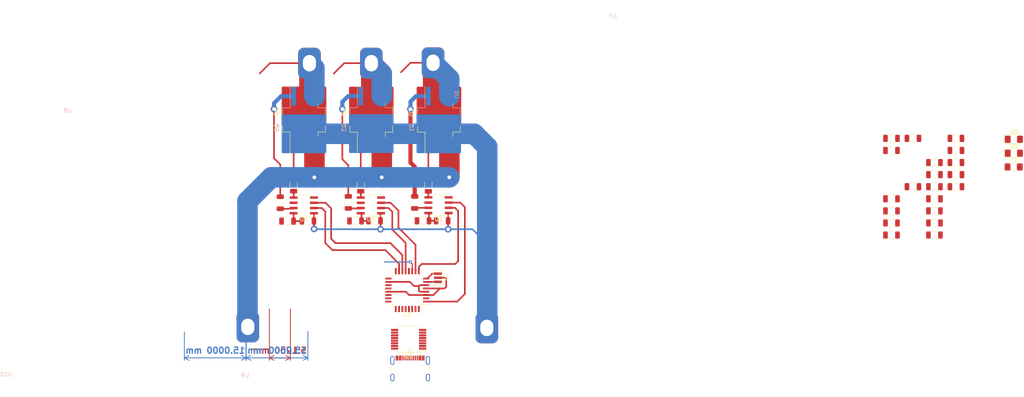
<source format=kicad_pcb>
(kicad_pcb (version 20221018) (generator pcbnew)
  (layers (0 "F.Cu" signal) (31 "B.Cu" signal) (34 "B.Paste" user) (35 "F.Paste" user) (36 "B.SilkS" user "B.Silkscreen") (37 "F.SilkS" user "F.Silkscreen") (38 "B.Mask" user) (39 "F.Mask" user) (44 "Edge.Cuts" user))
  (net 0 "")
  (net 1 "+5V")
  (net 2 "GND")
  (net 3 "Net-(D1-K)")
  (net 4 "MOTOR_U")
  (net 5 "Net-(D2-K)")
  (net 6 "MOTOR_V")
  (net 7 "Net-(D3-K)")
  (net 8 "MOTOR_W")
  (net 9 "D+")
  (net 10 "RST")
  (net 11 "Net-(U5-~{RTS})")
  (net 12 "VIRTUAL_N")
  (net 13 "V_BAT")
  (net 14 "Net-(D4-A)")
  (net 15 "Net-(D5-K)")
  (net 16 "Net-(D5-A)")
  (net 17 "Net-(D6-K)")
  (net 18 "Net-(D6-A)")
  (net 19 "Net-(F1-Pad2)")
  (net 24 "Net-(Q1-G)")
  (net 25 "Net-(Q2-G)")
  (net 26 "Net-(Q3-G)")
  (net 27 "Net-(Q4-G)")
  (net 28 "Net-(Q5-G)")
  (net 29 "Net-(Q6-G)")
  (net 30 "Net-(U1-HO)")
  (net 31 "Net-(U1-LO)")
  (net 32 "Net-(U3-HO)")
  (net 33 "Net-(U3-LO)")
  (net 34 "Net-(U4-HO)")
  (net 35 "Net-(U4-LO)")
  (net 36 "PHV_U")
  (net 37 "PHV_V")
  (net 38 "PHV_W")
  (net 39 "PWM_A_H")
  (net 40 "PWM_A_L")
  (net 42 "PWM_B_L")
  (net 43 "Net-(U2-(XTAL1)PB6)")
  (net 44 "Net-(U2-(XTAL2)PB7)")
  (net 46 "PWM_B_H")
  (net 47 "PWM_C_H")
  (net 56 "RXu_0")
  (net 57 "TXu_0")
  (net 58 "PWM_C_L")
  (footprint "Dam_libkicad:1206" (layer "F.Cu") (at 196.6725 53.575)
    (fp_text reference "D4" hide)
    (fp_text value "LED")
  )
  (footprint "Dam_libkicad:1206" (layer "F.Cu") (at 49.475 61.925)
    (fp_text reference "D3" hide)
    (fp_text value "D")
  )
  (footprint "Dam_libkicad:1206" (layer "F.Cu") (at 191.445 65.335)
    (fp_text reference "C9" hide)
    (fp_text value "100nF")
  )
  (footprint "Dam_libkicad:1206" (layer "F.Cu") (at 201.9 59.455)
    (fp_text reference "R11" hide)
    (fp_text value "R")
  )
  (footprint "Dam_libkicad:1206" (layer "F.Cu") (at 59.3 57.4 90)
    (fp_text reference "R3" hide)
    (fp_text value "10")
  )
  (footprint "Dam_libkicad:1206" (layer "F.Cu") (at 75.45 57.4 90)
    (fp_text reference "R1" hide)
    (fp_text value "10")
  )
  (footprint "Package_SO:SOIC-8_3.9x4.9mm_P1.27mm" (layer "F.Cu") (at 81.25 58.075 180)
    (fp_text reference "U1")
    (fp_text value "IRS2001")
  )
  (footprint "Dam_libkicad:1206" (layer "F.Cu") (at 46 53.2 -90)
    (fp_text reference "R6" hide)
    (fp_text value "10")
  )
  (footprint "Package_TO_SOT_SMD:TO-263-2" (layer "F.Cu") (at 48.525 35.45 90)
    (fp_text reference "Q6")
    (fp_text value "Q_NMOS_GDS")
  )
  (footprint "Dam_libkicad:1206" (layer "F.Cu") (at 191.445 59.455)
    (fp_text reference "C7" hide)
    (fp_text value "100nF")
  )
  (footprint "Dam_libkicad:osc_CSTCE" (layer "F.Cu") (at 81.125 75.725 -90)
    (fp_text reference "Y1")
    (fp_text value "CSTCE")
  )
  (footprint "Dam_libkicad:1206" (layer "F.Cu") (at 207.1275 44.755)
    (fp_text reference "R15" hide)
    (fp_text value "1K")
  )
  (footprint "Dam_libkicad:1206" (layer "F.Cu") (at 82.125 61.875)
    (fp_text reference "D1" hide)
    (fp_text value "D")
  )
  (footprint "Package_SO:SOIC-8_3.9x4.9mm_P1.27mm" (layer "F.Cu") (at 64.8 58.125 180)
    (fp_text reference "U3")
    (fp_text value "IRS2001")
  )
  (footprint "Dam_libkicad:1206" (layer "F.Cu") (at 196.6725 41.815)
    (fp_text reference "C10" hide)
    (fp_text value "1nF")
  )
  (footprint "Dam_libkicad:1206" (layer "F.Cu") (at 207.1275 53.575)
    (fp_text reference "R18" hide)
    (fp_text value "R")
  )
  (footprint "Connector_USB:USB_C_Receptacle_GCT_USB4105-xx-A_16P_TopMnt_Horizontal" (layer "F.Cu") (at 74.35 98.94)
    (fp_text reference "J1")
    (fp_text value "USB_C_Receptacle_USB2.0")
  )
  (footprint "Dam_libkicad:1206" (layer "F.Cu") (at 44.525 61.95 180)
    (fp_text reference "C5" hide)
    (fp_text value "C")
  )
  (footprint "Package_SO:SOIC-8_3.9x4.9mm_P1.27mm" (layer "F.Cu") (at 48.475 58.125 180)
    (fp_text reference "U4")
    (fp_text value "IRS2001")
  )
  (footprint "Dam_libkicad:1206" (layer "F.Cu") (at 207.1275 47.695)
    (fp_text reference "R16" hide)
    (fp_text value "R")
  )
  (footprint "Dam_libkicad:1206" (layer "F.Cu") (at 65.675 61.875)
    (fp_text reference "D2" hide)
    (fp_text value "D")
  )
  (footprint "LED_SMD:LED_1206_3216Metric_Pad1.42x1.75mm_HandSolder" (layer "F.Cu") (at 221.225 45.43)
    (fp_text reference "D6")
    (fp_text value "TX")
  )
  (footprint "Dam_libkicad:1206" (layer "F.Cu") (at 78.775 53.25 -90)
    (fp_text reference "R2" hide)
    (fp_text value "10")
  )
  (footprint "Package_TO_SOT_SMD:TO-263-2" (layer "F.Cu") (at 81.35 35.475 90)
    (fp_text reference "Q2")
    (fp_text value "Q_NMOS_GDS")
  )
  (footprint "Dam_libkicad:1206" (layer "F.Cu") (at 191.445 44.755)
    (fp_text reference "C2" hide)
    (fp_text value "1uF")
  )
  (footprint "Fuse:Fuse_1206_3216Metric_Pad1.42x1.75mm_HandSolder" (layer "F.Cu") (at 221.18 48.77)
    (fp_text reference "F1")
    (fp_text value "Fuse")
  )
  (footprint "Dam_libkicad:1206" (layer "F.Cu") (at 201.9 56.515)
    (fp_text reference "R10" hide)
    (fp_text value "R")
  )
  (footprint "Dam_libkicad:1206" (layer "F.Cu") (at 191.445 62.395)
    (fp_text reference "C8" hide)
    (fp_text value "4.7uF_16V")
  )
  (footprint "Dam_libkicad:1206" (layer "F.Cu") (at 207.1275 50.635)
    (fp_text reference "R17" hide)
    (fp_text value "R")
  )
  (footprint "LED_SMD:LED_1206_3216Metric_Pad1.42x1.75mm_HandSolder" (layer "F.Cu") (at 221.225 42.04)
    (fp_text reference "D5")
    (fp_text value "RX")
  )
  (footprint "Dam_libkicad:1206" (layer "F.Cu") (at 191.445 56.515)
    (fp_text reference "C6" hide)
    (fp_text value "1uF")
  )
  (footprint "Dam_libkicad:1206" (layer "F.Cu") (at 42.75 57.475 90)
    (fp_text reference "R5" hide)
    (fp_text value "10")
  )
  (footprint "Dam_libkicad:1206" (layer "F.Cu") (at 201.9 62.395)
    (fp_text reference "R12" hide)
    (fp_text value "1K")
  )
  (footprint "Dam_libkicad:1206" (layer "F.Cu") (at 191.445 41.815)
    (fp_text reference "C1" hide)
    (fp_text value "1uF")
  )
  (footprint "Dam_libkicad:1206" (layer "F.Cu") (at 201.9 53.575)
    (fp_text reference "R9" hide)
    (fp_text value "R")
  )
  (footprint "Dam_libkicad:1206" (layer "F.Cu") (at 207.1275 41.815)
    (fp_text reference "R14" hide)
    (fp_text value "R")
  )
  (footprint "Package_SO:SSOP-16_5.3x6.2mm_P0.65mm" (layer "F.Cu") (at 73.975 90.69 180)
    (fp_text reference "U5")
    (fp_text value "FT230XS")
  )
  (footprint "Dam_libkicad:1206" (layer "F.Cu") (at 61.05 61.9 180)
    (fp_text reference "C4" hide)
    (fp_text value "C")
  )
  (footprint "Dam_libkicad:1206" (layer "F.Cu") (at 77.475 61.875 180)
    (fp_text reference "C3" hide)
    (fp_text value "C")
  )
  (footprint "Dam_libkicad:1206" (layer "F.Cu") (at 201.9 50.635)
    (fp_text reference "R8" hide)
    (fp_text value "R")
  )
  (footprint "Dam_libkicad:1206" (layer "F.Cu") (at 62.325 53.225 -90)
    (fp_text reference "R4" hide)
    (fp_text value "10")
  )
  (footprint "Package_TO_SOT_SMD:TO-263-2" (layer "F.Cu") (at 64.9 35.475 90)
    (fp_text reference "Q4")
    (fp_text value "Q_NMOS_GDS")
  )
  (footprint "Dam_libkicad:1206" (layer "F.Cu") (at 201.9 47.695)
    (fp_text reference "R7" hide)
    (fp_text value "1K")
  )
  (footprint "Dam_libkicad:1206" (layer "F.Cu") (at 201.9 65.335)
    (fp_text reference "R13" hide)
    (fp_text value "R")
  )
  (footprint "Dam_libkicad:TQFP32m" (layer "F.Cu") (at 73.65 78.725 180)
    (fp_text reference "U2")
    (fp_text value "ATmega328P-AU_full")
  )
  (footprint "Dam_libkicad:PAD_Connector" (layer "B.Cu") (at 79.925 23.425 180)
    (fp_text reference "U6")
    (fp_text value "~")
  )
  (footprint "Package_TO_SOT_SMD:TO-263-2" (layer "B.Cu") (at 64.9 39.175 -90)
    (fp_text reference "Q3")
    (fp_text value "Q_NMOS_GDS")
  )
  (footprint "Dam_libkicad:PAD_Connector" (layer "B.Cu") (at 34.85 87.675 180)
    (fp_text reference "U10")
    (fp_text value "~")
  )
  (footprint "Dam_libkicad:PAD_Connector" (layer "B.Cu") (at 64.9 23.525)
    (fp_text reference "U7")
    (fp_text value "~")
  )
  (footprint "Package_TO_SOT_SMD:TO-263-2" (layer "B.Cu") (at 81.325 39.2 -90)
    (fp_text reference "Q1")
    (fp_text value "Q_NMOS_GDS")
  )
  (footprint "Package_TO_SOT_SMD:TO-263-2" (layer "B.Cu") (at 48.525 39.2 -90)
    (fp_text reference "Q5")
    (fp_text value "Q_NMOS_GDS")
  )
  (footprint "Dam_libkicad:PAD_Connector" (layer "B.Cu") (at 49.85 23.525 180)
    (fp_text reference "U8")
    (fp_text value "~")
  )
  (footprint "Dam_libkicad:PAD_Connector" (layer "B.Cu") (at 93 87.925 180)
    (fp_text reference "U9")
    (fp_text value "~")
  )
  (dimension (type aligned) (layer "F.Cu") (pts (xy 40.08631 82.81) (xy 45.21131 82.81)) (height 12.4) (gr_text "5,1250 mm" (at 42.64881 93.41) (layer "F.Cu") (effects (font (size 1.5 1.5) (thickness 0.3)) (justify mirror))) (format (prefix "") (suffix "") (units 3) (units_format 1) (precision 4)) (style (thickness 0.2) (arrow_length 1.27) (text_position_mode 0) (extension_height 0.58642) (extension_offset 0.5) keep_text_aligned))
  (dimension (type aligned) (layer "B.Cu") (pts (xy 19.41131 88.41) (xy 34.41131 88.41)) (height 6.8) (gr_text "15,0000 mm" (at 26.91131 93.41) (layer "B.Cu") (effects (font (size 1.5 1.5) (thickness 0.3)) (justify mirror))) (format (prefix "") (suffix "") (units 3) (units_format 1) (precision 4)) (style (thickness 0.2) (arrow_length 1.27) (text_position_mode 0) (extension_height 0.58642) (extension_offset 0.5) keep_text_aligned))
  (dimension (type aligned) (layer "B.Cu") (pts (xy 34.46131 88.285) (xy 49.46131 88.285)) (height 6.925) (gr_text "15,0000 mm" (at 41.96131 93.41) (layer "B.Cu") (effects (font (size 1.5 1.5) (thickness 0.3)) (justify mirror))) (format (prefix "") (suffix "") (units 3) (units_format 1) (precision 4)) (style (thickness 0.2) (arrow_length 1.27) (text_position_mode 0) (extension_height 0.58642) (extension_offset 0.5) keep_text_aligned))
  (segment (start 76.675 77.525) (end 78.25 77.525) (width 0.4) (layer "F.Cu") (net 1))
  (segment (start 78.25 79.125) (end 76.725 79.125) (width 0.4) (layer "F.Cu") (net 1))
  (segment (start 76.45 77.75) (end 76.675 77.525) (width 0.4) (layer "F.Cu") (net 1))
  (segment (start 75.325 77.75) (end 76.45 77.75) (width 0.4) (layer "F.Cu") (net 1))
  (segment (start 74.3 76.725) (end 75.325 77.75) (width 0.4) (layer "F.Cu") (net 1))
  (segment (start 69.05 76.725) (end 74.3 76.725) (width 0.4) (layer "F.Cu") (net 1))
  (segment (start 76.725 79.125) (end 76.45 78.85) (width 0.4) (layer "F.Cu") (net 1))
  (segment (start 76.45 78.85) (end 76.45 77.75) (width 0.4) (layer "F.Cu") (net 1))
  (segment (start 81.575 78.325) (end 78.25 78.325) (width 0.4) (layer "F.Cu") (net 2))
  (segment (start 51.065 43.1) (end 51.065 51.285) (width 5) (layer "F.Cu") (net 2))
  (segment (start 81.575 78.35) (end 80 79.925) (width 0.4) (layer "F.Cu") (net 2))
  (segment (start 83.125 77.925) (end 82.725 78.325) (width 0.4) (layer "F.Cu") (net 2))
  (segment (start 81.125 75.725) (end 82.825 75.725) (width 0.4) (layer "F.Cu") (net 2))
  (segment (start 73.3 79.125) (end 74.1 79.925) (width 0.4) (layer "F.Cu") (net 2))
  (segment (start 67.44 43.125) (end 67.44 51.285) (width 5) (layer "F.Cu") (net 2))
  (segment (start 51.065 51.285) (end 51.05 51.3) (width 5) (layer "F.Cu") (net 2))
  (segment (start 83.89 43.125) (end 83.89 51.26) (width 5) (layer "F.Cu") (net 2))
  (segment (start 81.575 78.325) (end 81.575 78.35) (width 0.4) (layer "F.Cu") (net 2))
  (segment (start 74.1 79.925) (end 78.25 79.925) (width 0.4) (layer "F.Cu") (net 2))
  (segment (start 82.825 75.725) (end 83.125 76.025) (width 0.4) (layer "F.Cu") (net 2))
  (segment (start 69.05 79.125) (end 73.3 79.125) (width 0.4) (layer "F.Cu") (net 2))
  (segment (start 83.89 51.26) (end 83.85 51.3) (width 5) (layer "F.Cu") (net 2))
  (segment (start 82.725 78.325) (end 81.575 78.325) (width 0.4) (layer "F.Cu") (net 2))
  (segment (start 67.44 51.285) (end 67.425 51.3) (width 5) (layer "F.Cu") (net 2))
  (segment (start 80 79.925) (end 78.25 79.925) (width 0.4) (layer "F.Cu") (net 2))
  (segment (start 83.125 76.025) (end 83.125 77.925) (width 0.4) (layer "F.Cu") (net 2))
  (via (at 83.85 51.3) (size 1.6) (drill 0.9) (layers "F.Cu" "B.Cu") (net 2))
  (via (at 51.05 51.3) (size 1.6) (drill 0.9) (layers "F.Cu" "B.Cu") (net 2))
  (via (at 67.425 51.3) (size 1.6) (drill 0.9) (layers "F.Cu" "B.Cu") (net 2))
  (segment (start 51.05 51.3) (end 40.575 51.3) (width 5) (layer "B.Cu") (net 2))
  (segment (start 67.425 51.3) (end 51.05 51.3) (width 5) (layer "B.Cu") (net 2))
  (segment (start 83.85 51.3) (end 67.425 51.3) (width 5) (layer "B.Cu") (net 2))
  (segment (start 34.775 57.1) (end 34.775 85.475) (width 5) (layer "B.Cu") (net 2))
  (segment (start 34.775 85.475) (end 34.55 85.7) (width 5) (layer "B.Cu") (net 2))
  (segment (start 40.575 51.3) (end 34.775 57.1) (width 5) (layer "B.Cu") (net 2))
  (segment (start 78.9375 60.1425) (end 78.775 59.98) (width 0.4) (layer "F.Cu") (net 3))
  (segment (start 78.9375 61.875) (end 80.6625 61.875) (width 0.4) (layer "F.Cu") (net 3))
  (segment (start 78.9375 61.875) (end 78.9375 60.1425) (width 0.4) (layer "F.Cu") (net 3))
  (segment (start 72.125 25.725) (end 74.425 23.425) (width 0.4) (layer "F.Cu") (net 4))
  (segment (start 79.95 32.575) (end 79.95 23.45) (width 5) (layer "F.Cu") (net 4))
  (segment (start 79.84 23.51) (end 79.925 23.425) (width 5) (layer "F.Cu") (net 4))
  (segment (start 74.425 23.425) (end 79.925 23.425) (width 0.4) (layer "F.Cu") (net 4))
  (segment (start 81.35 33.975) (end 79.95 32.575) (width 5) (layer "F.Cu") (net 4))
  (segment (start 79.95 23.45) (end 79.925 23.425) (width 5) (layer "F.Cu") (net 4))
  (segment (start 79.925 23.425) (end 79.855 23.495) (width 5) (layer "B.Cu") (net 4))
  (segment (start 83.865 31.55) (end 83.865 27.365) (width 5) (layer "B.Cu") (net 4))
  (segment (start 83.865 27.365) (end 79.925 23.425) (width 5) (layer "B.Cu") (net 4))
  (segment (start 62.5125 61.9) (end 64.1875 61.9) (width 0.4) (layer "F.Cu") (net 5))
  (segment (start 64.1875 61.9) (end 64.2125 61.875) (width 0.4) (layer "F.Cu") (net 5))
  (segment (start 62.5125 61.9) (end 62.5125 60.2175) (width 0.4) (layer "F.Cu") (net 5))
  (segment (start 62.5125 60.2175) (end 62.325 60.03) (width 0.4) (layer "F.Cu") (net 5))
  (segment (start 55.775 26.05) (end 58.3 23.525) (width 0.4) (layer "F.Cu") (net 6))
  (segment (start 58.3 23.525) (end 64.9 23.525) (width 0.4) (layer "F.Cu") (net 6))
  (segment (start 64.9 33.975) (end 64.9 23.525) (width 5) (layer "F.Cu") (net 6))
  (segment (start 67.44 31.525) (end 67.44 26.065) (width 5) (layer "B.Cu") (net 6))
  (segment (start 67.44 26.065) (end 64.9 23.525) (width 5) (layer "B.Cu") (net 6))
  (segment (start 45.9875 61.95) (end 47.9875 61.95) (width 0.4) (layer "F.Cu") (net 7))
  (segment (start 45.9875 60.0425) (end 46 60.03) (width 0.4) (layer "F.Cu") (net 7))
  (segment (start 45.9875 61.95) (end 45.9875 60.0425) (width 0.4) (layer "F.Cu") (net 7))
  (segment (start 47.9875 61.95) (end 48.0125 61.925) (width 0.4) (layer "F.Cu") (net 7))
  (segment (start 40.25 23.525) (end 49.85 23.525) (width 0.4) (layer "F.Cu") (net 8))
  (segment (start 49.85 32.625) (end 49.85 23.525) (width 5) (layer "F.Cu") (net 8))
  (segment (start 37.775 26) (end 40.25 23.525) (width 0.4) (layer "F.Cu") (net 8))
  (segment (start 48.525 33.95) (end 49.85 32.625) (width 5) (layer "F.Cu") (net 8))
  (segment (start 51.05 24.725) (end 49.85 23.525) (width 5) (layer "B.Cu") (net 8))
  (segment (start 51.05 31.535) (end 51.05 24.725) (width 5) (layer "B.Cu") (net 8))
  (segment (start 51.065 31.55) (end 51.05 31.535) (width 5) (layer "B.Cu") (net 8))
  (segment (start 74.85 72.325) (end 74.4 71.875) (width 0.25) (layer "F.Cu") (net 12))
  (segment (start 74.85 74.125) (end 74.85 72.325) (width 0.25) (layer "F.Cu") (net 12))
  (via (at 74.4 71.875) (size 0.8) (drill 0.4) (layers "F.Cu" "B.Cu") (net 12))
  (segment (start 74.4 71.875) (end 68.05 71.875) (width 0.25) (layer "B.Cu") (net 12))
  (segment (start 83.5875 60.1175) (end 83.725 59.98) (width 0.4) (layer "F.Cu") (net 13))
  (segment (start 83.5875 61.875) (end 83.5875 60.1175) (width 0.4) (layer "F.Cu") (net 13))
  (segment (start 50.975 61.9625) (end 50.9375 61.925) (width 0.4) (layer "F.Cu") (net 13))
  (segment (start 50.9375 61.925) (end 50.9375 60.0425) (width 0.4) (layer "F.Cu") (net 13))
  (segment (start 67.1375 63.9125) (end 67.1375 61.875) (width 0.4) (layer "F.Cu") (net 13))
  (segment (start 67.125 63.925) (end 67.1375 63.9125) (width 0.4) (layer "F.Cu") (net 13))
  (segment (start 50.975 63.85) (end 50.975 61.9625) (width 0.4) (layer "F.Cu") (net 13))
  (segment (start 67.1375 61.875) (end 67.1375 60.1675) (width 0.4) (layer "F.Cu") (net 13))
  (segment (start 50.9375 60.0425) (end 50.95 60.03) (width 0.4) (layer "F.Cu") (net 13))
  (segment (start 83.5875 63.925) (end 83.5875 61.875) (width 0.4) (layer "F.Cu") (net 13))
  (segment (start 67.1375 60.1675) (end 67.275 60.03) (width 0.4) (layer "F.Cu") (net 13))
  (via (at 83.5875 63.925) (size 1.6) (drill 0.9) (layers "F.Cu" "B.Cu") (net 13))
  (via (at 50.975 63.85) (size 1.6) (drill 0.9) (layers "F.Cu" "B.Cu") (net 13))
  (via (at 67.125 63.925) (size 1.6) (drill 0.9) (layers "F.Cu" "B.Cu") (net 13))
  (segment (start 89.525 63.925) (end 93.1 67.5) (width 0.4) (layer "B.Cu") (net 13))
  (segment (start 83.5875 63.925) (end 67.375 63.925) (width 0.4) (layer "B.Cu") (net 13))
  (segment (start 93.1 67.5) (end 93.1 70.2) (width 0.4) (layer "B.Cu") (net 13))
  (segment (start 81.325 40.7) (end 48.525 40.7) (width 5) (layer "B.Cu") (net 13))
  (segment (start 51.05 63.925) (end 67.375 63.925) (width 0.4) (layer "B.Cu") (net 13))
  (segment (start 50.975 63.85) (end 51.05 63.925) (width 0.4) (layer "B.Cu") (net 13))
  (segment (start 67.375 63.925) (end 67.125 63.925) (width 0.4) (layer "B.Cu") (net 13))
  (segment (start 83.5875 63.925) (end 89.525 63.925) (width 0.4) (layer "B.Cu") (net 13))
  (segment (start 93.1 85.725) (end 93.1 70.2) (width 5) (layer "B.Cu") (net 13))
  (segment (start 89.9 40.7) (end 81.325 40.7) (width 5) (layer "B.Cu") (net 13))
  (segment (start 93.1 43.9) (end 89.9 40.7) (width 5) (layer "B.Cu") (net 13))
  (segment (start 93.1 70.2) (end 93.1 43.9) (width 5) (layer "B.Cu") (net 13))
  (segment (start 75.45 48.725) (end 75.45 55.9375) (width 1) (layer "F.Cu") (net 24))
  (segment (start 74.425 47.7) (end 75.45 48.725) (width 1) (layer "F.Cu") (net 24))
  (segment (start 74.425 34.7) (end 74.425 47.7) (width 1) (layer "F.Cu") (net 24))
  (via (at 74.425 34.7) (size 1.6) (drill 0.9) (layers "F.Cu" "B.Cu") (net 24))
  (segment (start 74.425 34.7) (end 74.425 32.9) (width 1) (layer "B.Cu") (net 24))
  (segment (start 75.775 31.55) (end 78.785 31.55) (width 1) (layer "B.Cu") (net 24))
  (segment (start 74.425 32.9) (end 75.775 31.55) (width 1) (layer "B.Cu") (net 24))
  (segment (start 78.775 51.7875) (end 78.775 43.16) (width 0.4) (layer "F.Cu") (net 25))
  (segment (start 78.775 43.16) (end 78.81 43.125) (width 0.4) (layer "F.Cu") (net 25))
  (segment (start 57.85 46.9) (end 59.3 48.35) (width 0.4) (layer "F.Cu") (net 26))
  (segment (start 57.85 34.675) (end 57.85 46.9) (width 0.4) (layer "F.Cu") (net 26))
  (segment (start 59.3 48.35) (end 59.3 55.9375) (width 0.4) (layer "F.Cu") (net 26))
  (via (at 57.85 34.675) (size 1.6) (drill 0.9) (layers "F.Cu" "B.Cu") (net 26))
  (segment (start 59.275 31.525) (end 62.36 31.525) (width 1) (layer "B.Cu") (net 26))
  (segment (start 57.85 34.675) (end 57.85 32.95) (width 1) (layer "B.Cu") (net 26))
  (segment (start 57.85 32.95) (end 59.275 31.525) (width 1) (layer "B.Cu") (net 26))
  (segment (start 62.325 51.7625) (end 62.325 43.16) (width 0.4) (layer "F.Cu") (net 27))
  (segment (start 62.325 43.16) (end 62.36 43.125) (width 0.4) (layer "F.Cu") (net 27))
  (segment (start 42.75 48.175) (end 42.75 56.0125) (width 0.4) (layer "F.Cu") (net 28))
  (segment (start 41.225 46.65) (end 42.75 48.175) (width 0.4) (layer "F.Cu") (net 28))
  (segment (start 41.225 34.675) (end 41.225 46.65) (width 0.4) (layer "F.Cu") (net 28))
  (via (at 41.225 34.675) (size 1.6) (drill 0.9) (layers "F.Cu" "B.Cu") (net 28))
  (segment (start 42.95 31.55) (end 45.985 31.55) (width 1) (layer "B.Cu") (net 28))
  (segment (start 41.225 33.275) (end 42.95 31.55) (width 1) (layer "B.Cu") (net 28))
  (segment (start 41.225 34.675) (end 41.225 33.275) (width 1) (layer "B.Cu") (net 28))
  (segment (start 46 43.115) (end 45.985 43.1) (width 0.4) (layer "F.Cu") (net 29))
  (segment (start 45.985 45.065) (end 45.985 43.1) (width 0.4) (layer "F.Cu") (net 29))
  (segment (start 46 51.7375) (end 46 43.115) (width 0.4) (layer "F.Cu") (net 29))
  (segment (start 75.6025 58.71) (end 75.45 58.8625) (width 0.4) (layer "F.Cu") (net 30))
  (segment (start 78.775 58.71) (end 75.6025 58.71) (width 0.4) (layer "F.Cu") (net 30))
  (segment (start 78.775 54.7125) (end 78.775 56.17) (width 0.4) (layer "F.Cu") (net 31))
  (segment (start 59.3 58.8625) (end 62.2225 58.8625) (width 0.4) (layer "F.Cu") (net 32))
  (segment (start 62.2225 58.8625) (end 62.325 58.76) (width 0.4) (layer "F.Cu") (net 32))
  (segment (start 62.325 54.6875) (end 62.325 56.22) (width 0.4) (layer "F.Cu") (net 33))
  (segment (start 45.8225 58.9375) (end 46 58.76) (width 0.4) (layer "F.Cu") (net 34))
  (segment (start 42.75 58.9375) (end 45.8225 58.9375) (width 0.4) (layer "F.Cu") (net 34))
  (segment (start 46 54.6625) (end 46 56.22) (width 0.4) (layer "F.Cu") (net 35))
  (segment (start 85.325 72.375) (end 77.175 72.375) (width 0.4) (layer "F.Cu") (net 39))
  (segment (start 77.175 72.375) (end 76.45 73.1) (width 0.4) (layer "F.Cu") (net 39))
  (segment (start 85.26 58.71) (end 86.025 59.475) (width 0.4) (layer "F.Cu") (net 39))
  (segment (start 76.45 73.1) (end 76.45 74.125) (width 0.4) (layer "F.Cu") (net 39))
  (segment (start 86.025 71.675) (end 85.325 72.375) (width 0.4) (layer "F.Cu") (net 39))
  (segment (start 83.725 58.71) (end 85.26 58.71) (width 0.4) (layer "F.Cu") (net 39))
  (segment (start 86.025 59.475) (end 86.025 71.675) (width 0.4) (layer "F.Cu") (net 39))
  (segment (start 87.65 58.55) (end 86.54 57.44) (width 0.4) (layer "F.Cu") (net 40))
  (segment (start 86.54 57.44) (end 83.725 57.44) (width 0.4) (layer "F.Cu") (net 40))
  (segment (start 78.25 81.525) (end 85.8 81.525) (width 0.4) (layer "F.Cu") (net 40))
  (segment (start 87.65 79.675) (end 87.65 58.55) (width 0.4) (layer "F.Cu") (net 40))
  (segment (start 85.8 81.525) (end 87.65 79.675) (width 0.4) (layer "F.Cu") (net 40))
  (segment (start 71.5 63.55) (end 75.65 67.7) (width 0.4) (layer "F.Cu") (net 42))
  (segment (start 71.5 59.4) (end 71.5 63.55) (width 0.4) (layer "F.Cu") (net 42))
  (segment (start 69.59 57.49) (end 71.5 59.4) (width 0.4) (layer "F.Cu") (net 42))
  (segment (start 75.65 67.7) (end 75.65 74.125) (width 0.4) (layer "F.Cu") (net 42))
  (segment (start 67.275 57.49) (end 69.59 57.49) (width 0.4) (layer "F.Cu") (net 42))
  (segment (start 78.25 76.725) (end 81.125 76.725) (width 0.4) (layer "F.Cu") (net 43))
  (segment (start 79.725 74.725) (end 81.125 74.725) (width 0.4) (layer "F.Cu") (net 44))
  (segment (start 78.25 75.925) (end 78.525 75.925) (width 0.4) (layer "F.Cu") (net 44))
  (segment (start 78.525 75.925) (end 79.725 74.725) (width 0.4) (layer "F.Cu") (net 44))
  (segment (start 73.25 74.125) (end 73.25 67.25) (width 0.4) (layer "F.Cu") (net 46))
  (segment (start 70 64) (end 70 59.675) (width 0.4) (layer "F.Cu") (net 46))
  (segment (start 70 59.675) (end 69.085 58.76) (width 0.4) (layer "F.Cu") (net 46))
  (segment (start 73.25 67.25) (end 70 64) (width 0.4) (layer "F.Cu") (net 46))
  (segment (start 69.085 58.76) (end 67.275 58.76) (width 0.4) (layer "F.Cu") (net 46))
  (segment (start 52.835 58.76) (end 53.7 59.625) (width 0.4) (layer "F.Cu") (net 47))
  (segment (start 50.95 58.76) (end 52.835 58.76) (width 0.4) (layer "F.Cu") (net 47))
  (segment (start 71.65 72.325) (end 71.65 74.125) (width 0.4) (layer "F.Cu") (net 47))
  (segment (start 68.325 69) (end 71.65 72.325) (width 0.4) (layer "F.Cu") (net 47))
  (segment (start 53.7 67.275) (end 55.425 69) (width 0.4) (layer "F.Cu") (net 47))
  (segment (start 55.425 69) (end 68.325 69) (width 0.4) (layer "F.Cu") (net 47))
  (segment (start 53.7 59.625) (end 53.7 67.275) (width 0.4) (layer "F.Cu") (net 47))
  (segment (start 69.55 67.3) (end 72.45 70.2) (width 0.4) (layer "F.Cu") (net 58))
  (segment (start 72.45 70.2) (end 72.45 74.125) (width 0.4) (layer "F.Cu") (net 58))
  (segment (start 53.765 57.49) (end 55.125 58.85) (width 0.4) (layer "F.Cu") (net 58))
  (segment (start 50.95 57.49) (end 53.765 57.49) (width 0.4) (layer "F.Cu") (net 58))
  (segment (start 55.125 58.85) (end 55.125 66.225) (width 0.4) (layer "F.Cu") (net 58))
  (segment (start 56.2 67.3) (end 69.55 67.3) (width 0.4) (layer "F.Cu") (net 58))
  (segment (start 55.125 66.225) (end 56.2 67.3) (width 0.4) (layer "F.Cu") (net 58))
)
</source>
